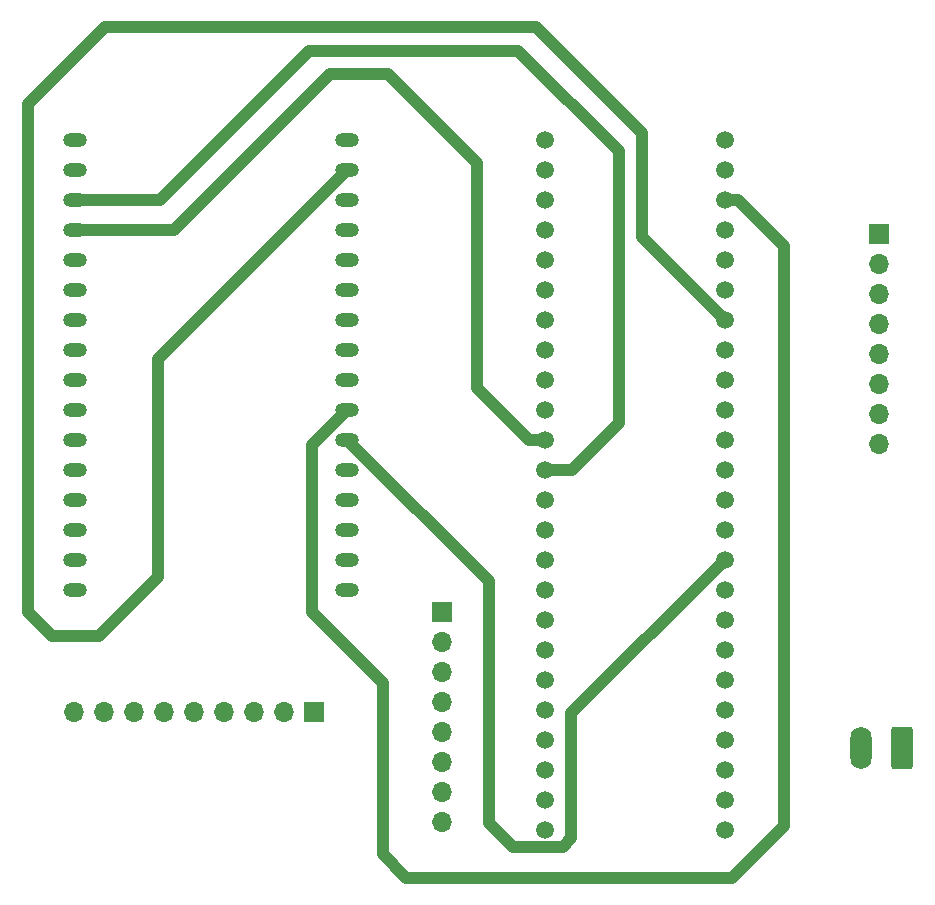
<source format=gbr>
%TF.GenerationSoftware,KiCad,Pcbnew,8.0.3*%
%TF.CreationDate,2024-07-18T11:22:03-07:00*%
%TF.ProjectId,pcb_test,7063625f-7465-4737-942e-6b696361645f,rev?*%
%TF.SameCoordinates,Original*%
%TF.FileFunction,Copper,L2,Bot*%
%TF.FilePolarity,Positive*%
%FSLAX46Y46*%
G04 Gerber Fmt 4.6, Leading zero omitted, Abs format (unit mm)*
G04 Created by KiCad (PCBNEW 8.0.3) date 2024-07-18 11:22:03*
%MOMM*%
%LPD*%
G01*
G04 APERTURE LIST*
G04 Aperture macros list*
%AMRoundRect*
0 Rectangle with rounded corners*
0 $1 Rounding radius*
0 $2 $3 $4 $5 $6 $7 $8 $9 X,Y pos of 4 corners*
0 Add a 4 corners polygon primitive as box body*
4,1,4,$2,$3,$4,$5,$6,$7,$8,$9,$2,$3,0*
0 Add four circle primitives for the rounded corners*
1,1,$1+$1,$2,$3*
1,1,$1+$1,$4,$5*
1,1,$1+$1,$6,$7*
1,1,$1+$1,$8,$9*
0 Add four rect primitives between the rounded corners*
20,1,$1+$1,$2,$3,$4,$5,0*
20,1,$1+$1,$4,$5,$6,$7,0*
20,1,$1+$1,$6,$7,$8,$9,0*
20,1,$1+$1,$8,$9,$2,$3,0*%
G04 Aperture macros list end*
%TA.AperFunction,ComponentPad*%
%ADD10C,1.500000*%
%TD*%
%TA.AperFunction,ComponentPad*%
%ADD11O,1.700000X1.700000*%
%TD*%
%TA.AperFunction,ComponentPad*%
%ADD12R,1.700000X1.700000*%
%TD*%
%TA.AperFunction,ComponentPad*%
%ADD13O,1.800000X3.600000*%
%TD*%
%TA.AperFunction,ComponentPad*%
%ADD14RoundRect,0.250000X0.650000X1.550000X-0.650000X1.550000X-0.650000X-1.550000X0.650000X-1.550000X0*%
%TD*%
%TA.AperFunction,ComponentPad*%
%ADD15O,2.000000X1.200000*%
%TD*%
%TA.AperFunction,Conductor*%
%ADD16C,1.000000*%
%TD*%
G04 APERTURE END LIST*
D10*
%TO.P,J2,48,Pin_48*%
%TO.N,unconnected-(J2-Pin_48-Pad48)*%
X122380000Y-98940000D03*
%TO.P,J2,47,Pin_47*%
%TO.N,unconnected-(J2-Pin_47-Pad47)*%
X122380000Y-96400000D03*
%TO.P,J2,46,Pin_46*%
%TO.N,unconnected-(J2-Pin_46-Pad46)*%
X122380000Y-93860000D03*
%TO.P,J2,45,Pin_45*%
%TO.N,unconnected-(J2-Pin_45-Pad45)*%
X122380000Y-91320000D03*
%TO.P,J2,44,Pin_44*%
%TO.N,unconnected-(J2-Pin_44-Pad44)*%
X122380000Y-88780000D03*
%TO.P,J2,43,Pin_43*%
%TO.N,Net-(J2-Pin_43)*%
X122380000Y-86240000D03*
%TO.P,J2,42,Pin_42*%
%TO.N,Net-(J2-Pin_42)*%
X122380000Y-83700000D03*
%TO.P,J2,41,Pin_41*%
%TO.N,Net-(J2-Pin_41)*%
X122380000Y-81160000D03*
%TO.P,J2,40,Pin_40*%
%TO.N,Net-(J2-Pin_40)*%
X122380000Y-78620000D03*
%TO.P,J2,39,Pin_39*%
%TO.N,Net-(J2-Pin_39)*%
X122380000Y-76080000D03*
%TO.P,J2,38,Pin_38*%
%TO.N,Net-(J2-Pin_38)*%
X122380000Y-73540000D03*
%TO.P,J2,37,Pin_37*%
%TO.N,unconnected-(J2-Pin_37-Pad37)*%
X122380000Y-71000000D03*
%TO.P,J2,36,Pin_36*%
%TO.N,unconnected-(J2-Pin_36-Pad36)*%
X122380000Y-68460000D03*
%TO.P,J2,35,Pin_35*%
%TO.N,unconnected-(J2-Pin_35-Pad35)*%
X122380000Y-65920000D03*
%TO.P,J2,34,Pin_34*%
%TO.N,unconnected-(J2-Pin_34-Pad34)*%
X122380000Y-63380000D03*
%TO.P,J2,33,Pin_33*%
%TO.N,Net-(J2-Pin_33)*%
X122380000Y-60840000D03*
%TO.P,J2,32,Pin_32*%
%TO.N,Net-(J2-Pin_32)*%
X122380000Y-58300000D03*
%TO.P,J2,31,Pin_31*%
%TO.N,Net-(J2-Pin_31)*%
X122380000Y-55760000D03*
%TO.P,J2,30,Pin_30*%
%TO.N,unconnected-(J2-Pin_30-Pad30)*%
X122380000Y-53220000D03*
%TO.P,J2,29,Pin_29*%
%TO.N,unconnected-(J2-Pin_29-Pad29)*%
X122380000Y-50680000D03*
%TO.P,J2,28,Pin_28*%
%TO.N,unconnected-(J2-Pin_28-Pad28)*%
X122380000Y-48140000D03*
%TO.P,J2,27,Pin_27*%
%TO.N,Net-(J2-Pin_27)*%
X122380000Y-45600000D03*
%TO.P,J2,26,Pin_26*%
%TO.N,Net-(J1-Pin_2)*%
X122380000Y-43060000D03*
%TO.P,J2,25,Pin_25*%
%TO.N,Net-(J1-Pin_1)*%
X122380000Y-40520000D03*
%TO.P,J2,24,Pin_24*%
%TO.N,Net-(J2-Pin_24)*%
X107140000Y-98940000D03*
%TO.P,J2,23,Pin_23*%
%TO.N,Net-(J2-Pin_23)*%
X107140000Y-96400000D03*
%TO.P,J2,22,Pin_22*%
%TO.N,Net-(J2-Pin_22)*%
X107140000Y-93860000D03*
%TO.P,J2,21,Pin_21*%
%TO.N,Net-(J2-Pin_21)*%
X107140000Y-91320000D03*
%TO.P,J2,20,Pin_20*%
%TO.N,unconnected-(J2-Pin_20-Pad20)*%
X107140000Y-88780000D03*
%TO.P,J2,19,Pin_19*%
%TO.N,unconnected-(J2-Pin_19-Pad19)*%
X107140000Y-86240000D03*
%TO.P,J2,18,Pin_18*%
%TO.N,unconnected-(J2-Pin_18-Pad18)*%
X107140000Y-83700000D03*
%TO.P,J2,17,Pin_17*%
%TO.N,unconnected-(J2-Pin_17-Pad17)*%
X107140000Y-81160000D03*
%TO.P,J2,16,Pin_16*%
%TO.N,unconnected-(J2-Pin_16-Pad16)*%
X107140000Y-78620000D03*
%TO.P,J2,15,Pin_15*%
%TO.N,unconnected-(J2-Pin_15-Pad15)*%
X107140000Y-76080000D03*
%TO.P,J2,14,Pin_14*%
%TO.N,Net-(J2-Pin_14)*%
X107140000Y-73540000D03*
%TO.P,J2,13,Pin_13*%
%TO.N,Net-(J2-Pin_13)*%
X107140000Y-71000000D03*
%TO.P,J2,12,Pin_12*%
%TO.N,Net-(J2-Pin_12)*%
X107140000Y-68460000D03*
%TO.P,J2,11,Pin_11*%
%TO.N,Net-(J2-Pin_11)*%
X107140000Y-65920000D03*
%TO.P,J2,10,Pin_10*%
%TO.N,unconnected-(J2-Pin_10-Pad10)*%
X107140000Y-63380000D03*
%TO.P,J2,9,Pin_9*%
%TO.N,unconnected-(J2-Pin_9-Pad9)*%
X107140000Y-60840000D03*
%TO.P,J2,8,Pin_8*%
%TO.N,unconnected-(J2-Pin_8-Pad8)*%
X107140000Y-58300000D03*
%TO.P,J2,7,Pin_7*%
%TO.N,unconnected-(J2-Pin_7-Pad7)*%
X107140000Y-55760000D03*
%TO.P,J2,6,Pin_6*%
%TO.N,unconnected-(J2-Pin_6-Pad6)*%
X107140000Y-53220000D03*
%TO.P,J2,5,Pin_5*%
%TO.N,unconnected-(J2-Pin_5-Pad5)*%
X107140000Y-50680000D03*
%TO.P,J2,4,Pin_4*%
%TO.N,unconnected-(J2-Pin_4-Pad4)*%
X107140000Y-48140000D03*
%TO.P,J2,3,Pin_3*%
%TO.N,unconnected-(J2-Pin_3-Pad3)*%
X107140000Y-45600000D03*
%TO.P,J2,2,Pin_2*%
%TO.N,unconnected-(J2-Pin_2-Pad2)*%
X107140000Y-43060000D03*
%TO.P,J2,1,Pin_1*%
%TO.N,unconnected-(J2-Pin_1-Pad1)*%
X107140000Y-40520000D03*
%TD*%
D11*
%TO.P,J3,9,Pin_9*%
%TO.N,unconnected-(J3-Pin_9-Pad9)*%
X67300000Y-89000000D03*
%TO.P,J3,8,Pin_8*%
%TO.N,unconnected-(J3-Pin_8-Pad8)*%
X69840000Y-89000000D03*
%TO.P,J3,7,Pin_7*%
%TO.N,unconnected-(J3-Pin_7-Pad7)*%
X72380000Y-89000000D03*
%TO.P,J3,6,Pin_6*%
%TO.N,unconnected-(J3-Pin_6-Pad6)*%
X74920000Y-89000000D03*
%TO.P,J3,5,Pin_5*%
%TO.N,Net-(J3-Pin_5)*%
X77460000Y-89000000D03*
%TO.P,J3,4,Pin_4*%
%TO.N,Net-(J3-Pin_4)*%
X80000000Y-89000000D03*
%TO.P,J3,3,Pin_3*%
%TO.N,unconnected-(J3-Pin_3-Pad3)*%
X82540000Y-89000000D03*
%TO.P,J3,2,Pin_2*%
%TO.N,Net-(J1-Pin_2)*%
X85080000Y-89000000D03*
D12*
%TO.P,J3,1,Pin_1*%
%TO.N,Net-(J1-Pin_1)*%
X87620000Y-89000000D03*
%TD*%
D13*
%TO.P,J1,2,Pin_2*%
%TO.N,Net-(J1-Pin_2)*%
X133880000Y-92000000D03*
D14*
%TO.P,J1,1,Pin_1*%
%TO.N,Net-(J1-Pin_1)*%
X137380000Y-92000000D03*
%TD*%
D15*
%TO.P,J4,32,Pin_32*%
%TO.N,unconnected-(J4-Pin_32-Pad32)*%
X67380000Y-40520000D03*
%TO.P,J4,31,Pin_31*%
%TO.N,unconnected-(J4-Pin_31-Pad31)*%
X67380000Y-43060000D03*
%TO.P,J4,30,Pin_30*%
%TO.N,Net-(J2-Pin_12)*%
X67380000Y-45600000D03*
%TO.P,J4,29,Pin_29*%
%TO.N,Net-(J2-Pin_11)*%
X67380000Y-48140000D03*
%TO.P,J4,28,Pin_28*%
%TO.N,Net-(J2-Pin_38)*%
X67380000Y-50680000D03*
%TO.P,J4,27,Pin_27*%
%TO.N,Net-(J2-Pin_13)*%
X67380000Y-53220000D03*
%TO.P,J4,26,Pin_26*%
%TO.N,Net-(J2-Pin_14)*%
X67380000Y-55760000D03*
%TO.P,J4,25,Pin_25*%
%TO.N,Net-(J1-Pin_2)*%
X67380000Y-58300000D03*
%TO.P,J4,24,Pin_24*%
%TO.N,unconnected-(J4-Pin_24-Pad24)*%
X67380000Y-60840000D03*
%TO.P,J4,23,Pin_23*%
%TO.N,Net-(J1-Pin_1)*%
X67380000Y-63380000D03*
%TO.P,J4,22,Pin_22*%
%TO.N,unconnected-(J4-Pin_22-Pad22)*%
X67380000Y-65920000D03*
%TO.P,J4,21,Pin_21*%
%TO.N,unconnected-(J4-Pin_21-Pad21)*%
X67380000Y-68460000D03*
%TO.P,J4,20,Pin_20*%
%TO.N,unconnected-(J4-Pin_20-Pad20)*%
X67380000Y-71000000D03*
%TO.P,J4,19,Pin_19*%
%TO.N,Net-(J3-Pin_5)*%
X67380000Y-73540000D03*
%TO.P,J4,18,Pin_18*%
%TO.N,Net-(J3-Pin_4)*%
X67380000Y-76080000D03*
%TO.P,J4,17,Pin_17*%
%TO.N,unconnected-(J4-Pin_17-Pad17)*%
X67380000Y-78620000D03*
%TO.P,J4,16,Pin_16*%
%TO.N,unconnected-(J4-Pin_16-Pad16)*%
X90380000Y-40520000D03*
%TO.P,J4,15,Pin_15*%
%TO.N,Net-(J2-Pin_31)*%
X90380000Y-43060000D03*
%TO.P,J4,14,Pin_14*%
%TO.N,unconnected-(J4-Pin_14-Pad14)*%
X90380000Y-45600000D03*
%TO.P,J4,13,Pin_13*%
%TO.N,unconnected-(J4-Pin_13-Pad13)*%
X90380000Y-48140000D03*
%TO.P,J4,12,Pin_12*%
%TO.N,unconnected-(J4-Pin_12-Pad12)*%
X90380000Y-50680000D03*
%TO.P,J4,11,Pin_11*%
%TO.N,unconnected-(J4-Pin_11-Pad11)*%
X90380000Y-53220000D03*
%TO.P,J4,10,Pin_10*%
%TO.N,unconnected-(J4-Pin_10-Pad10)*%
X90380000Y-55760000D03*
%TO.P,J4,9,Pin_9*%
%TO.N,unconnected-(J4-Pin_9-Pad9)*%
X90380000Y-58300000D03*
%TO.P,J4,8,Pin_8*%
%TO.N,unconnected-(J4-Pin_8-Pad8)*%
X90380000Y-60840000D03*
%TO.P,J4,7,Pin_7*%
%TO.N,Net-(J2-Pin_27)*%
X90380000Y-63380000D03*
%TO.P,J4,6,Pin_6*%
%TO.N,Net-(J2-Pin_39)*%
X90380000Y-65920000D03*
%TO.P,J4,5,Pin_5*%
%TO.N,unconnected-(J4-Pin_5-Pad5)*%
X90380000Y-68460000D03*
%TO.P,J4,4,Pin_4*%
%TO.N,unconnected-(J4-Pin_4-Pad4)*%
X90380000Y-71000000D03*
%TO.P,J4,3,Pin_3*%
%TO.N,unconnected-(J4-Pin_3-Pad3)*%
X90380000Y-73540000D03*
%TO.P,J4,2,Pin_2*%
%TO.N,unconnected-(J4-Pin_2-Pad2)*%
X90380000Y-76080000D03*
%TO.P,J4,1,Pin_1*%
%TO.N,unconnected-(J4-Pin_1-Pad1)*%
X90380000Y-78620000D03*
%TD*%
D11*
%TO.P,J6,8,Pin_8*%
%TO.N,Net-(J2-Pin_24)*%
X98380000Y-98300000D03*
%TO.P,J6,7,Pin_7*%
%TO.N,Net-(J2-Pin_23)*%
X98380000Y-95760000D03*
%TO.P,J6,6,Pin_6*%
%TO.N,Net-(J2-Pin_22)*%
X98380000Y-93220000D03*
%TO.P,J6,5,Pin_5*%
%TO.N,Net-(J2-Pin_21)*%
X98380000Y-90680000D03*
%TO.P,J6,4,Pin_4*%
%TO.N,unconnected-(J6-Pin_4-Pad4)*%
X98380000Y-88140000D03*
%TO.P,J6,3,Pin_3*%
%TO.N,unconnected-(J6-Pin_3-Pad3)*%
X98380000Y-85600000D03*
%TO.P,J6,2,Pin_2*%
%TO.N,Net-(J1-Pin_2)*%
X98380000Y-83060000D03*
D12*
%TO.P,J6,1,Pin_1*%
%TO.N,Net-(J1-Pin_1)*%
X98380000Y-80520000D03*
%TD*%
D11*
%TO.P,J5,8,Pin_8*%
%TO.N,Net-(J2-Pin_40)*%
X135380000Y-66300000D03*
%TO.P,J5,7,Pin_7*%
%TO.N,Net-(J2-Pin_41)*%
X135380000Y-63760000D03*
%TO.P,J5,6,Pin_6*%
%TO.N,Net-(J2-Pin_42)*%
X135380000Y-61220000D03*
%TO.P,J5,5,Pin_5*%
%TO.N,Net-(J2-Pin_43)*%
X135380000Y-58680000D03*
%TO.P,J5,4,Pin_4*%
%TO.N,Net-(J2-Pin_33)*%
X135380000Y-56140000D03*
%TO.P,J5,3,Pin_3*%
%TO.N,Net-(J2-Pin_32)*%
X135380000Y-53600000D03*
%TO.P,J5,2,Pin_2*%
%TO.N,Net-(J1-Pin_2)*%
X135380000Y-51060000D03*
D12*
%TO.P,J5,1,Pin_1*%
%TO.N,Net-(J1-Pin_1)*%
X135380000Y-48520000D03*
%TD*%
D16*
%TO.N,Net-(J2-Pin_27)*%
X127380000Y-49520000D02*
X123460000Y-45600000D01*
X127380000Y-98620000D02*
X127380000Y-49520000D01*
X93380000Y-101000000D02*
X95380000Y-103000000D01*
X95380000Y-103000000D02*
X123000000Y-103000000D01*
X123000000Y-103000000D02*
X127380000Y-98620000D01*
X123460000Y-45600000D02*
X122380000Y-45600000D01*
X93380000Y-86520000D02*
X93380000Y-101000000D01*
X87380000Y-80520000D02*
X93380000Y-86520000D01*
X87380000Y-66380000D02*
X87380000Y-80520000D01*
X90380000Y-63380000D02*
X87380000Y-66380000D01*
%TO.N,Net-(J2-Pin_39)*%
X109380000Y-99685305D02*
X109380000Y-89080000D01*
X109380000Y-89080000D02*
X122380000Y-76080000D01*
X104390000Y-100390000D02*
X108675305Y-100390000D01*
X108675305Y-100390000D02*
X109380000Y-99685305D01*
X102380000Y-98380000D02*
X104390000Y-100390000D01*
X102380000Y-77920000D02*
X102380000Y-98380000D01*
X90380000Y-65920000D02*
X102380000Y-77920000D01*
%TO.N,Net-(J2-Pin_31)*%
X74380000Y-77520000D02*
X74380000Y-59060000D01*
X74380000Y-59060000D02*
X90380000Y-43060000D01*
X69380000Y-82520000D02*
X74380000Y-77520000D01*
X65380000Y-82520000D02*
X69380000Y-82520000D01*
X63380000Y-80520000D02*
X65380000Y-82520000D01*
X63380000Y-37520000D02*
X63380000Y-80520000D01*
X69900000Y-31000000D02*
X63380000Y-37520000D01*
X115380000Y-40000000D02*
X106380000Y-31000000D01*
X115380000Y-48760000D02*
X115380000Y-40000000D01*
X106380000Y-31000000D02*
X69900000Y-31000000D01*
X122380000Y-55760000D02*
X115380000Y-48760000D01*
%TO.N,Net-(J2-Pin_12)*%
X104860000Y-33000000D02*
X87140000Y-33000000D01*
X113380000Y-41520000D02*
X104860000Y-33000000D01*
X87140000Y-33000000D02*
X74540000Y-45600000D01*
X113380000Y-64520000D02*
X113380000Y-41520000D01*
X74540000Y-45600000D02*
X67380000Y-45600000D01*
X109440000Y-68460000D02*
X113380000Y-64520000D01*
X107140000Y-68460000D02*
X109440000Y-68460000D01*
%TO.N,Net-(J2-Pin_11)*%
X75760000Y-48140000D02*
X67380000Y-48140000D01*
X101380000Y-61520000D02*
X101380000Y-42520000D01*
X101380000Y-42520000D02*
X93860000Y-35000000D01*
X93860000Y-35000000D02*
X88900000Y-35000000D01*
X88900000Y-35000000D02*
X75760000Y-48140000D01*
X101380000Y-61520000D02*
X105780000Y-65920000D01*
X105780000Y-65920000D02*
X107140000Y-65920000D01*
%TD*%
M02*

</source>
